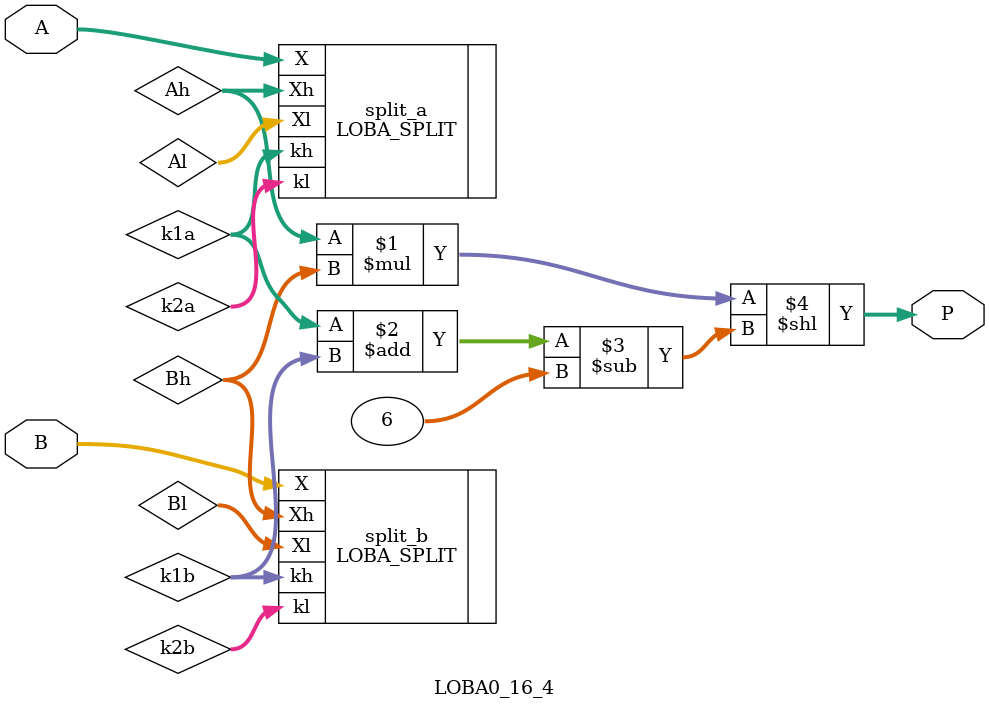
<source format=v>
`include "LOBA_SPLIT.v"

module LOBA0_16_4 (A, B, P);

    input [16-1:0] A;
    input [16-1:0] B;
    output [2*16-1:0] P;

    wire [4-1:0] Ah;
    wire [4-1:0] Al;
    wire [$clog2(16)-1:0] k1a;
    wire [$clog2(16)-1:0] k2a;

    wire [4-1:0] Bh;
    wire [4-1:0] Bl;
    wire [$clog2(16)-1:0] k1b;
    wire [$clog2(16)-1:0] k2b;

    LOBA_SPLIT split_a (.X(A), .Xh(Ah), .kh(k1a), .Xl(Al), .kl(k2a));
    LOBA_SPLIT split_b (.X(B), .Xh(Bh), .kh(k1b), .Xl(Bl), .kl(k2b));

    assign P = ((Ah*Bh)<<(k1a+k1b-6));

endmodule

</source>
